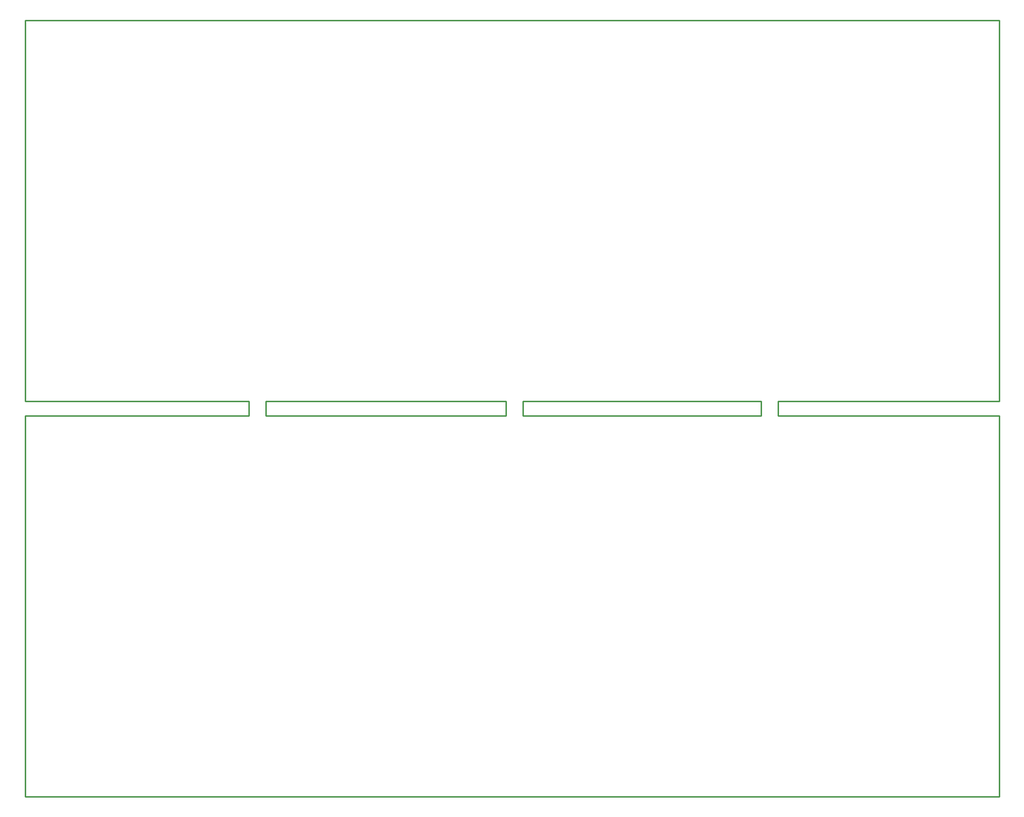
<source format=gbr>
G04 #@! TF.FileFunction,Profile,NP*
%FSLAX46Y46*%
G04 Gerber Fmt 4.6, Leading zero omitted, Abs format (unit mm)*
G04 Created by KiCad (PCBNEW 4.0.1-stable) date Fri 05 Feb 2016 02:26:42 PM CET*
%MOMM*%
G01*
G04 APERTURE LIST*
%ADD10C,0.100000*%
%ADD11C,0.254000*%
G04 APERTURE END LIST*
D10*
D11*
X12700000Y-81790000D02*
X51744880Y-81790000D01*
X54747160Y-81790000D02*
X96591120Y-81790000D01*
X99593400Y-81790000D02*
X141132560Y-81790000D01*
X144134840Y-81790000D02*
X182699660Y-81790000D01*
X144134840Y-79290000D02*
X182702200Y-79290000D01*
X99593400Y-79290000D02*
X141132560Y-79290000D01*
X54747160Y-79290000D02*
X96591120Y-79290000D01*
X12700000Y-79290000D02*
X51744880Y-79290000D01*
X182700002Y-12700000D02*
X182700002Y-79290000D01*
X182700002Y-81790000D02*
X182700002Y-148390000D01*
X12700000Y-81790000D02*
X12700000Y-148390000D01*
X12700000Y-12700000D02*
X12700000Y-79290000D01*
X51744880Y-79290000D02*
X51744880Y-81790000D01*
X54747160Y-79290000D02*
X54747160Y-81790000D01*
X96591120Y-79290000D02*
X96591120Y-81790000D01*
X99593400Y-79290000D02*
X99593400Y-81790000D01*
X144134840Y-79290000D02*
X144134840Y-81790000D01*
X141132560Y-79290000D02*
X141132560Y-81790000D01*
X12700000Y-148390000D02*
X182700002Y-148390000D01*
X12700000Y-12700000D02*
X182700002Y-12700000D01*
M02*

</source>
